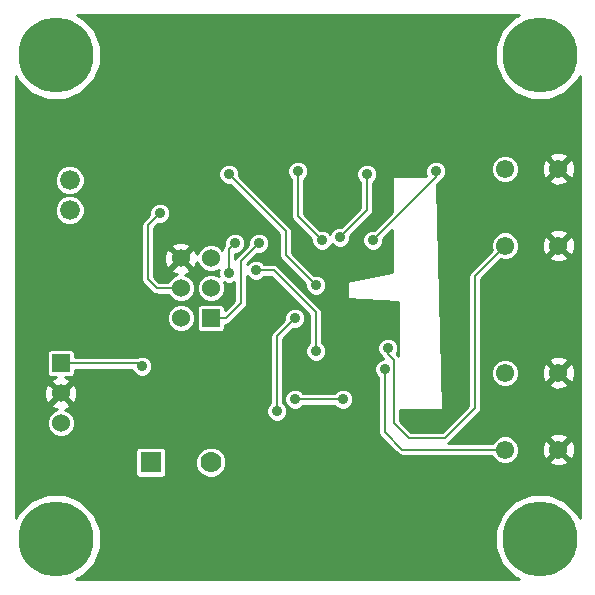
<source format=gbl>
G04 (created by PCBNEW (2013-04-19 BZR 4011)-stable) date 21/08/2014 15:39:43*
%MOIN*%
G04 Gerber Fmt 3.4, Leading zero omitted, Abs format*
%FSLAX34Y34*%
G01*
G70*
G90*
G04 APERTURE LIST*
%ADD10C,0*%
%ADD11C,0.25*%
%ADD12C,0.061*%
%ADD13R,0.06X0.06*%
%ADD14C,0.06*%
%ADD15R,0.07X0.07*%
%ADD16C,0.07*%
%ADD17C,0.066*%
%ADD18C,0.035*%
%ADD19C,0.008*%
%ADD20C,0.01*%
G04 APERTURE END LIST*
G54D10*
G54D11*
X23228Y-17322D03*
X39370Y-17322D03*
X39370Y-33464D03*
X23228Y-33464D03*
G54D12*
X39986Y-23680D03*
X38214Y-23680D03*
X39986Y-21120D03*
X38214Y-21120D03*
X39986Y-30480D03*
X38214Y-30480D03*
X39986Y-27920D03*
X38214Y-27920D03*
G54D13*
X28400Y-26100D03*
G54D14*
X27400Y-26100D03*
X28400Y-25100D03*
X27400Y-25100D03*
X28400Y-24100D03*
X27400Y-24100D03*
G54D15*
X26400Y-30900D03*
G54D16*
X28400Y-30900D03*
G54D13*
X23400Y-27600D03*
G54D14*
X23400Y-28600D03*
X23400Y-29600D03*
G54D17*
X23700Y-21500D03*
X23700Y-22500D03*
G54D18*
X26700Y-22600D03*
X29000Y-24600D03*
X29200Y-23600D03*
X30000Y-23600D03*
X26100Y-27700D03*
X31200Y-28800D03*
X32800Y-28800D03*
X34200Y-27800D03*
X34300Y-27100D03*
X35900Y-21200D03*
X33800Y-23500D03*
X33600Y-21300D03*
X32700Y-23400D03*
X31300Y-21200D03*
X32100Y-23500D03*
X29000Y-21300D03*
X31900Y-25000D03*
X30600Y-29200D03*
X31200Y-26100D03*
X29900Y-24500D03*
X31900Y-27200D03*
X34900Y-20700D03*
X35900Y-29600D03*
X23300Y-25200D03*
X30600Y-26200D03*
X25600Y-24200D03*
X32800Y-26000D03*
X32600Y-22200D03*
X34300Y-26600D03*
X35100Y-19600D03*
X32800Y-19600D03*
X30500Y-19700D03*
X28200Y-19800D03*
X25900Y-19600D03*
X24500Y-28600D03*
X31000Y-30800D03*
G54D19*
X27400Y-25100D02*
X26600Y-25100D01*
X26300Y-23000D02*
X26700Y-22600D01*
X26300Y-24800D02*
X26300Y-23000D01*
X26600Y-25100D02*
X26300Y-24800D01*
X29000Y-23800D02*
X29000Y-24600D01*
X29200Y-23600D02*
X29000Y-23800D01*
X28900Y-26100D02*
X28400Y-26100D01*
X29400Y-25600D02*
X28900Y-26100D01*
X29400Y-24200D02*
X29400Y-25600D01*
X30000Y-23600D02*
X29400Y-24200D01*
X26000Y-27600D02*
X23400Y-27600D01*
X26100Y-27700D02*
X26000Y-27600D01*
X32800Y-28800D02*
X31200Y-28800D01*
X38214Y-30480D02*
X34780Y-30480D01*
X34200Y-29900D02*
X34200Y-27800D01*
X34780Y-30480D02*
X34200Y-29900D01*
X35700Y-30100D02*
X36200Y-30100D01*
X37200Y-24694D02*
X38214Y-23680D01*
X37200Y-29100D02*
X37200Y-24694D01*
X36200Y-30100D02*
X37200Y-29100D01*
X34300Y-27100D02*
X34300Y-27300D01*
X34300Y-27300D02*
X34500Y-27500D01*
X34500Y-27500D02*
X34500Y-29600D01*
X34500Y-29600D02*
X35000Y-30100D01*
X35000Y-30100D02*
X35700Y-30100D01*
X35900Y-21400D02*
X35900Y-21200D01*
X33800Y-23500D02*
X35900Y-21400D01*
X33600Y-22500D02*
X33600Y-21300D01*
X32700Y-23400D02*
X33600Y-22500D01*
X31300Y-22700D02*
X31300Y-21200D01*
X32100Y-23500D02*
X31300Y-22700D01*
X30900Y-23200D02*
X29000Y-21300D01*
X30900Y-24000D02*
X30900Y-23200D01*
X31900Y-25000D02*
X30900Y-24000D01*
X30600Y-26700D02*
X30600Y-29200D01*
X31200Y-26100D02*
X30600Y-26700D01*
X31900Y-27200D02*
X31900Y-25900D01*
X30500Y-24500D02*
X29900Y-24500D01*
X31900Y-25900D02*
X30500Y-24500D01*
G54D10*
G36*
X40708Y-32775D02*
X40642Y-32615D01*
X40545Y-32519D01*
X40545Y-30562D01*
X40545Y-28002D01*
X40545Y-23762D01*
X40545Y-21202D01*
X40534Y-20982D01*
X40471Y-20829D01*
X40375Y-20801D01*
X40304Y-20871D01*
X40304Y-20730D01*
X40276Y-20634D01*
X40068Y-20560D01*
X39848Y-20571D01*
X39695Y-20634D01*
X39667Y-20730D01*
X39986Y-21049D01*
X40304Y-20730D01*
X40304Y-20871D01*
X40056Y-21120D01*
X40375Y-21438D01*
X40471Y-21410D01*
X40545Y-21202D01*
X40545Y-23762D01*
X40534Y-23542D01*
X40471Y-23389D01*
X40375Y-23361D01*
X40304Y-23431D01*
X40304Y-23290D01*
X40304Y-21509D01*
X39986Y-21190D01*
X39915Y-21261D01*
X39915Y-21120D01*
X39596Y-20801D01*
X39500Y-20829D01*
X39426Y-21037D01*
X39437Y-21257D01*
X39500Y-21410D01*
X39596Y-21438D01*
X39915Y-21120D01*
X39915Y-21261D01*
X39667Y-21509D01*
X39695Y-21605D01*
X39903Y-21679D01*
X40123Y-21668D01*
X40276Y-21605D01*
X40304Y-21509D01*
X40304Y-23290D01*
X40276Y-23194D01*
X40068Y-23120D01*
X39848Y-23131D01*
X39695Y-23194D01*
X39667Y-23290D01*
X39986Y-23609D01*
X40304Y-23290D01*
X40304Y-23431D01*
X40056Y-23680D01*
X40375Y-23998D01*
X40471Y-23970D01*
X40545Y-23762D01*
X40545Y-28002D01*
X40534Y-27782D01*
X40471Y-27629D01*
X40375Y-27601D01*
X40304Y-27671D01*
X40304Y-27530D01*
X40304Y-24069D01*
X39986Y-23750D01*
X39915Y-23821D01*
X39915Y-23680D01*
X39596Y-23361D01*
X39500Y-23389D01*
X39426Y-23597D01*
X39437Y-23817D01*
X39500Y-23970D01*
X39596Y-23998D01*
X39915Y-23680D01*
X39915Y-23821D01*
X39667Y-24069D01*
X39695Y-24165D01*
X39903Y-24239D01*
X40123Y-24228D01*
X40276Y-24165D01*
X40304Y-24069D01*
X40304Y-27530D01*
X40276Y-27434D01*
X40068Y-27360D01*
X39848Y-27371D01*
X39695Y-27434D01*
X39667Y-27530D01*
X39986Y-27849D01*
X40304Y-27530D01*
X40304Y-27671D01*
X40056Y-27920D01*
X40375Y-28238D01*
X40471Y-28210D01*
X40545Y-28002D01*
X40545Y-30562D01*
X40534Y-30342D01*
X40471Y-30189D01*
X40375Y-30161D01*
X40304Y-30231D01*
X40304Y-30090D01*
X40304Y-28309D01*
X39986Y-27990D01*
X39915Y-28061D01*
X39915Y-27920D01*
X39596Y-27601D01*
X39500Y-27629D01*
X39426Y-27837D01*
X39437Y-28057D01*
X39500Y-28210D01*
X39596Y-28238D01*
X39915Y-27920D01*
X39915Y-28061D01*
X39667Y-28309D01*
X39695Y-28405D01*
X39903Y-28479D01*
X40123Y-28468D01*
X40276Y-28405D01*
X40304Y-28309D01*
X40304Y-30090D01*
X40276Y-29994D01*
X40068Y-29920D01*
X39848Y-29931D01*
X39695Y-29994D01*
X39667Y-30090D01*
X39986Y-30409D01*
X40304Y-30090D01*
X40304Y-30231D01*
X40056Y-30480D01*
X40375Y-30798D01*
X40471Y-30770D01*
X40545Y-30562D01*
X40545Y-32519D01*
X40304Y-32277D01*
X40304Y-30869D01*
X39986Y-30550D01*
X39915Y-30621D01*
X39915Y-30480D01*
X39596Y-30161D01*
X39500Y-30189D01*
X39426Y-30397D01*
X39437Y-30617D01*
X39500Y-30770D01*
X39596Y-30798D01*
X39915Y-30480D01*
X39915Y-30621D01*
X39667Y-30869D01*
X39695Y-30965D01*
X39903Y-31039D01*
X40123Y-31028D01*
X40276Y-30965D01*
X40304Y-30869D01*
X40304Y-32277D01*
X40220Y-32193D01*
X39669Y-31964D01*
X39073Y-31964D01*
X38689Y-32122D01*
X38689Y-30385D01*
X38689Y-27825D01*
X38616Y-27651D01*
X38483Y-27517D01*
X38308Y-27445D01*
X38119Y-27444D01*
X37945Y-27517D01*
X37811Y-27650D01*
X37739Y-27825D01*
X37738Y-28014D01*
X37811Y-28188D01*
X37944Y-28322D01*
X38119Y-28394D01*
X38308Y-28395D01*
X38482Y-28322D01*
X38616Y-28189D01*
X38688Y-28014D01*
X38689Y-27825D01*
X38689Y-30385D01*
X38616Y-30211D01*
X38483Y-30077D01*
X38308Y-30005D01*
X38119Y-30004D01*
X37945Y-30077D01*
X37811Y-30210D01*
X37786Y-30270D01*
X36316Y-30270D01*
X36348Y-30248D01*
X37348Y-29248D01*
X37348Y-29248D01*
X37348Y-29248D01*
X37375Y-29207D01*
X37394Y-29180D01*
X37394Y-29180D01*
X37410Y-29100D01*
X37410Y-24780D01*
X38060Y-24130D01*
X38119Y-24154D01*
X38308Y-24155D01*
X38482Y-24082D01*
X38616Y-23949D01*
X38688Y-23774D01*
X38689Y-23585D01*
X38689Y-21025D01*
X38616Y-20851D01*
X38483Y-20717D01*
X38308Y-20645D01*
X38119Y-20644D01*
X37945Y-20717D01*
X37811Y-20850D01*
X37739Y-21025D01*
X37738Y-21214D01*
X37811Y-21388D01*
X37944Y-21522D01*
X38119Y-21594D01*
X38308Y-21595D01*
X38482Y-21522D01*
X38616Y-21389D01*
X38688Y-21214D01*
X38689Y-21025D01*
X38689Y-23585D01*
X38616Y-23411D01*
X38483Y-23277D01*
X38308Y-23205D01*
X38119Y-23204D01*
X37945Y-23277D01*
X37811Y-23410D01*
X37739Y-23585D01*
X37738Y-23774D01*
X37763Y-23833D01*
X37051Y-24545D01*
X37005Y-24613D01*
X36990Y-24694D01*
X36990Y-29013D01*
X36113Y-29890D01*
X35700Y-29890D01*
X35086Y-29890D01*
X34710Y-29513D01*
X34710Y-29150D01*
X36151Y-29150D01*
X35956Y-21640D01*
X36048Y-21548D01*
X36082Y-21497D01*
X36095Y-21492D01*
X36192Y-21395D01*
X36244Y-21268D01*
X36245Y-21131D01*
X36192Y-21004D01*
X36095Y-20907D01*
X35968Y-20855D01*
X35831Y-20854D01*
X35704Y-20907D01*
X35607Y-21004D01*
X35555Y-21131D01*
X35554Y-21268D01*
X35588Y-21350D01*
X34450Y-21350D01*
X34450Y-22553D01*
X33945Y-23057D01*
X33945Y-21231D01*
X33892Y-21104D01*
X33795Y-21007D01*
X33668Y-20955D01*
X33531Y-20954D01*
X33404Y-21007D01*
X33307Y-21104D01*
X33255Y-21231D01*
X33254Y-21368D01*
X33307Y-21495D01*
X33390Y-21577D01*
X33390Y-22413D01*
X32747Y-23055D01*
X32631Y-23054D01*
X32504Y-23107D01*
X32407Y-23204D01*
X32373Y-23285D01*
X32295Y-23207D01*
X32168Y-23155D01*
X32051Y-23154D01*
X31510Y-22613D01*
X31510Y-21477D01*
X31592Y-21395D01*
X31644Y-21268D01*
X31645Y-21131D01*
X31592Y-21004D01*
X31495Y-20907D01*
X31368Y-20855D01*
X31231Y-20854D01*
X31104Y-20907D01*
X31007Y-21004D01*
X30955Y-21131D01*
X30954Y-21268D01*
X31007Y-21395D01*
X31090Y-21477D01*
X31090Y-22700D01*
X31105Y-22780D01*
X31151Y-22848D01*
X31755Y-23452D01*
X31754Y-23568D01*
X31807Y-23695D01*
X31904Y-23792D01*
X32031Y-23844D01*
X32168Y-23845D01*
X32295Y-23792D01*
X32392Y-23695D01*
X32426Y-23614D01*
X32504Y-23692D01*
X32631Y-23744D01*
X32768Y-23745D01*
X32895Y-23692D01*
X32992Y-23595D01*
X33044Y-23468D01*
X33045Y-23351D01*
X33748Y-22648D01*
X33794Y-22580D01*
X33810Y-22500D01*
X33810Y-21577D01*
X33892Y-21495D01*
X33944Y-21368D01*
X33945Y-21231D01*
X33945Y-23057D01*
X33847Y-23155D01*
X33731Y-23154D01*
X33604Y-23207D01*
X33507Y-23304D01*
X33455Y-23431D01*
X33454Y-23568D01*
X33507Y-23695D01*
X33604Y-23792D01*
X33731Y-23844D01*
X33868Y-23845D01*
X33995Y-23792D01*
X34092Y-23695D01*
X34144Y-23568D01*
X34145Y-23451D01*
X34450Y-23146D01*
X34450Y-24559D01*
X32950Y-24859D01*
X32950Y-25447D01*
X34650Y-25547D01*
X34650Y-27353D01*
X34648Y-27351D01*
X34648Y-27351D01*
X34592Y-27295D01*
X34644Y-27168D01*
X34645Y-27031D01*
X34592Y-26904D01*
X34495Y-26807D01*
X34368Y-26755D01*
X34231Y-26754D01*
X34104Y-26807D01*
X34007Y-26904D01*
X33955Y-27031D01*
X33954Y-27168D01*
X34007Y-27295D01*
X34104Y-27392D01*
X34117Y-27397D01*
X34151Y-27448D01*
X34157Y-27454D01*
X34131Y-27454D01*
X34004Y-27507D01*
X33907Y-27604D01*
X33855Y-27731D01*
X33854Y-27868D01*
X33907Y-27995D01*
X33990Y-28077D01*
X33990Y-29900D01*
X34005Y-29980D01*
X34051Y-30048D01*
X34631Y-30628D01*
X34631Y-30628D01*
X34672Y-30655D01*
X34699Y-30674D01*
X34699Y-30674D01*
X34780Y-30690D01*
X37786Y-30690D01*
X37811Y-30748D01*
X37944Y-30882D01*
X38119Y-30954D01*
X38308Y-30955D01*
X38482Y-30882D01*
X38616Y-30749D01*
X38688Y-30574D01*
X38689Y-30385D01*
X38689Y-32122D01*
X38521Y-32192D01*
X38099Y-32613D01*
X37870Y-33164D01*
X37869Y-33761D01*
X38097Y-34313D01*
X38519Y-34735D01*
X38682Y-34803D01*
X33145Y-34803D01*
X33145Y-28731D01*
X33092Y-28604D01*
X32995Y-28507D01*
X32868Y-28455D01*
X32731Y-28454D01*
X32604Y-28507D01*
X32522Y-28590D01*
X32245Y-28590D01*
X32245Y-27131D01*
X32245Y-24931D01*
X32192Y-24804D01*
X32095Y-24707D01*
X31968Y-24655D01*
X31851Y-24654D01*
X31110Y-23913D01*
X31110Y-23200D01*
X31094Y-23119D01*
X31094Y-23119D01*
X31048Y-23051D01*
X31048Y-23051D01*
X29344Y-21347D01*
X29345Y-21231D01*
X29292Y-21104D01*
X29195Y-21007D01*
X29068Y-20955D01*
X28931Y-20954D01*
X28804Y-21007D01*
X28707Y-21104D01*
X28655Y-21231D01*
X28654Y-21368D01*
X28707Y-21495D01*
X28804Y-21592D01*
X28931Y-21644D01*
X29048Y-21645D01*
X30690Y-23286D01*
X30690Y-24000D01*
X30705Y-24080D01*
X30751Y-24148D01*
X31555Y-24952D01*
X31554Y-25068D01*
X31607Y-25195D01*
X31704Y-25292D01*
X31831Y-25344D01*
X31968Y-25345D01*
X32095Y-25292D01*
X32192Y-25195D01*
X32244Y-25068D01*
X32245Y-24931D01*
X32245Y-27131D01*
X32192Y-27004D01*
X32110Y-26922D01*
X32110Y-25900D01*
X32094Y-25819D01*
X32094Y-25819D01*
X32075Y-25792D01*
X32048Y-25751D01*
X32048Y-25751D01*
X30648Y-24351D01*
X30580Y-24305D01*
X30500Y-24290D01*
X30177Y-24290D01*
X30095Y-24207D01*
X29968Y-24155D01*
X29831Y-24154D01*
X29704Y-24207D01*
X29610Y-24302D01*
X29610Y-24286D01*
X29952Y-23944D01*
X30068Y-23945D01*
X30195Y-23892D01*
X30292Y-23795D01*
X30344Y-23668D01*
X30345Y-23531D01*
X30292Y-23404D01*
X30195Y-23307D01*
X30068Y-23255D01*
X29931Y-23254D01*
X29804Y-23307D01*
X29707Y-23404D01*
X29655Y-23531D01*
X29654Y-23648D01*
X29251Y-24051D01*
X29210Y-24113D01*
X29210Y-23945D01*
X29268Y-23945D01*
X29395Y-23892D01*
X29492Y-23795D01*
X29544Y-23668D01*
X29545Y-23531D01*
X29492Y-23404D01*
X29395Y-23307D01*
X29268Y-23255D01*
X29131Y-23254D01*
X29004Y-23307D01*
X28907Y-23404D01*
X28855Y-23531D01*
X28854Y-23648D01*
X28851Y-23651D01*
X28805Y-23719D01*
X28790Y-23800D01*
X28790Y-23825D01*
X28666Y-23701D01*
X28493Y-23630D01*
X28306Y-23629D01*
X28134Y-23701D01*
X28001Y-23833D01*
X27944Y-23971D01*
X27943Y-23963D01*
X27881Y-23812D01*
X27785Y-23784D01*
X27715Y-23855D01*
X27715Y-23714D01*
X27687Y-23618D01*
X27481Y-23545D01*
X27263Y-23556D01*
X27112Y-23618D01*
X27084Y-23714D01*
X27400Y-24029D01*
X27715Y-23714D01*
X27715Y-23855D01*
X27470Y-24100D01*
X27785Y-24415D01*
X27881Y-24387D01*
X27941Y-24220D01*
X28001Y-24365D01*
X28133Y-24498D01*
X28306Y-24569D01*
X28493Y-24570D01*
X28665Y-24498D01*
X28670Y-24494D01*
X28655Y-24531D01*
X28654Y-24668D01*
X28670Y-24705D01*
X28666Y-24701D01*
X28493Y-24630D01*
X28306Y-24629D01*
X28134Y-24701D01*
X28001Y-24833D01*
X27930Y-25006D01*
X27929Y-25193D01*
X28001Y-25365D01*
X28133Y-25498D01*
X28306Y-25569D01*
X28493Y-25570D01*
X28665Y-25498D01*
X28798Y-25366D01*
X28869Y-25193D01*
X28870Y-25006D01*
X28826Y-24901D01*
X28931Y-24944D01*
X29068Y-24945D01*
X29190Y-24894D01*
X29190Y-25513D01*
X28870Y-25832D01*
X28870Y-25766D01*
X28844Y-25703D01*
X28796Y-25655D01*
X28733Y-25630D01*
X28666Y-25629D01*
X28066Y-25629D01*
X28003Y-25655D01*
X27955Y-25703D01*
X27930Y-25766D01*
X27929Y-25833D01*
X27929Y-26433D01*
X27955Y-26496D01*
X28003Y-26544D01*
X28066Y-26569D01*
X28133Y-26570D01*
X28733Y-26570D01*
X28796Y-26544D01*
X28844Y-26496D01*
X28869Y-26433D01*
X28870Y-26366D01*
X28870Y-26310D01*
X28900Y-26310D01*
X28980Y-26294D01*
X29048Y-26248D01*
X29548Y-25748D01*
X29594Y-25680D01*
X29594Y-25680D01*
X29610Y-25600D01*
X29610Y-24697D01*
X29704Y-24792D01*
X29831Y-24844D01*
X29968Y-24845D01*
X30095Y-24792D01*
X30177Y-24710D01*
X30413Y-24710D01*
X31690Y-25986D01*
X31690Y-26922D01*
X31607Y-27004D01*
X31555Y-27131D01*
X31554Y-27268D01*
X31607Y-27395D01*
X31704Y-27492D01*
X31831Y-27544D01*
X31968Y-27545D01*
X32095Y-27492D01*
X32192Y-27395D01*
X32244Y-27268D01*
X32245Y-27131D01*
X32245Y-28590D01*
X31545Y-28590D01*
X31545Y-26031D01*
X31492Y-25904D01*
X31395Y-25807D01*
X31268Y-25755D01*
X31131Y-25754D01*
X31004Y-25807D01*
X30907Y-25904D01*
X30855Y-26031D01*
X30854Y-26148D01*
X30451Y-26551D01*
X30405Y-26619D01*
X30390Y-26700D01*
X30390Y-28922D01*
X30307Y-29004D01*
X30255Y-29131D01*
X30254Y-29268D01*
X30307Y-29395D01*
X30404Y-29492D01*
X30531Y-29544D01*
X30668Y-29545D01*
X30795Y-29492D01*
X30892Y-29395D01*
X30944Y-29268D01*
X30945Y-29131D01*
X30892Y-29004D01*
X30810Y-28922D01*
X30810Y-26786D01*
X31152Y-26444D01*
X31268Y-26445D01*
X31395Y-26392D01*
X31492Y-26295D01*
X31544Y-26168D01*
X31545Y-26031D01*
X31545Y-28590D01*
X31477Y-28590D01*
X31395Y-28507D01*
X31268Y-28455D01*
X31131Y-28454D01*
X31004Y-28507D01*
X30907Y-28604D01*
X30855Y-28731D01*
X30854Y-28868D01*
X30907Y-28995D01*
X31004Y-29092D01*
X31131Y-29144D01*
X31268Y-29145D01*
X31395Y-29092D01*
X31477Y-29010D01*
X32522Y-29010D01*
X32604Y-29092D01*
X32731Y-29144D01*
X32868Y-29145D01*
X32995Y-29092D01*
X33092Y-28995D01*
X33144Y-28868D01*
X33145Y-28731D01*
X33145Y-34803D01*
X28920Y-34803D01*
X28920Y-30797D01*
X28841Y-30605D01*
X28694Y-30459D01*
X28503Y-30380D01*
X28297Y-30379D01*
X28105Y-30458D01*
X27959Y-30605D01*
X27880Y-30796D01*
X27879Y-31002D01*
X27958Y-31194D01*
X28105Y-31340D01*
X28296Y-31419D01*
X28502Y-31420D01*
X28694Y-31341D01*
X28840Y-31194D01*
X28919Y-31003D01*
X28920Y-30797D01*
X28920Y-34803D01*
X27870Y-34803D01*
X27870Y-26006D01*
X27870Y-25006D01*
X27798Y-24834D01*
X27666Y-24701D01*
X27528Y-24644D01*
X27536Y-24643D01*
X27687Y-24581D01*
X27715Y-24485D01*
X27400Y-24170D01*
X27329Y-24241D01*
X27329Y-24100D01*
X27014Y-23784D01*
X26918Y-23812D01*
X26845Y-24018D01*
X26856Y-24236D01*
X26918Y-24387D01*
X27014Y-24415D01*
X27329Y-24100D01*
X27329Y-24241D01*
X27084Y-24485D01*
X27112Y-24581D01*
X27279Y-24641D01*
X27134Y-24701D01*
X27001Y-24833D01*
X26978Y-24890D01*
X26686Y-24890D01*
X26510Y-24713D01*
X26510Y-23086D01*
X26652Y-22944D01*
X26768Y-22945D01*
X26895Y-22892D01*
X26992Y-22795D01*
X27044Y-22668D01*
X27045Y-22531D01*
X26992Y-22404D01*
X26895Y-22307D01*
X26768Y-22255D01*
X26631Y-22254D01*
X26504Y-22307D01*
X26407Y-22404D01*
X26355Y-22531D01*
X26354Y-22648D01*
X26151Y-22851D01*
X26105Y-22919D01*
X26090Y-23000D01*
X26090Y-24800D01*
X26105Y-24880D01*
X26151Y-24948D01*
X26451Y-25248D01*
X26451Y-25248D01*
X26519Y-25294D01*
X26519Y-25294D01*
X26584Y-25306D01*
X26599Y-25310D01*
X26599Y-25309D01*
X26600Y-25310D01*
X26978Y-25310D01*
X27001Y-25365D01*
X27133Y-25498D01*
X27306Y-25569D01*
X27493Y-25570D01*
X27665Y-25498D01*
X27798Y-25366D01*
X27869Y-25193D01*
X27870Y-25006D01*
X27870Y-26006D01*
X27798Y-25834D01*
X27666Y-25701D01*
X27493Y-25630D01*
X27306Y-25629D01*
X27134Y-25701D01*
X27001Y-25833D01*
X26930Y-26006D01*
X26929Y-26193D01*
X27001Y-26365D01*
X27133Y-26498D01*
X27306Y-26569D01*
X27493Y-26570D01*
X27665Y-26498D01*
X27798Y-26366D01*
X27869Y-26193D01*
X27870Y-26006D01*
X27870Y-34803D01*
X26920Y-34803D01*
X26920Y-31216D01*
X26920Y-30516D01*
X26894Y-30453D01*
X26846Y-30405D01*
X26783Y-30380D01*
X26716Y-30379D01*
X26445Y-30379D01*
X26445Y-27631D01*
X26392Y-27504D01*
X26295Y-27407D01*
X26168Y-27355D01*
X26031Y-27354D01*
X25946Y-27390D01*
X24200Y-27390D01*
X24200Y-22400D01*
X24200Y-21400D01*
X24124Y-21217D01*
X23983Y-21076D01*
X23799Y-21000D01*
X23600Y-20999D01*
X23417Y-21075D01*
X23276Y-21216D01*
X23200Y-21400D01*
X23199Y-21599D01*
X23275Y-21782D01*
X23416Y-21923D01*
X23600Y-21999D01*
X23799Y-22000D01*
X23982Y-21924D01*
X24123Y-21783D01*
X24199Y-21599D01*
X24200Y-21400D01*
X24200Y-22400D01*
X24124Y-22217D01*
X23983Y-22076D01*
X23799Y-22000D01*
X23600Y-21999D01*
X23417Y-22075D01*
X23276Y-22216D01*
X23200Y-22400D01*
X23199Y-22599D01*
X23275Y-22782D01*
X23416Y-22923D01*
X23600Y-22999D01*
X23799Y-23000D01*
X23982Y-22924D01*
X24123Y-22783D01*
X24199Y-22599D01*
X24200Y-22400D01*
X24200Y-27390D01*
X23870Y-27390D01*
X23870Y-27266D01*
X23844Y-27203D01*
X23796Y-27155D01*
X23733Y-27130D01*
X23666Y-27129D01*
X23066Y-27129D01*
X23003Y-27155D01*
X22955Y-27203D01*
X22930Y-27266D01*
X22929Y-27333D01*
X22929Y-27933D01*
X22955Y-27996D01*
X23003Y-28044D01*
X23066Y-28069D01*
X23133Y-28070D01*
X23229Y-28070D01*
X23112Y-28118D01*
X23084Y-28214D01*
X23400Y-28529D01*
X23715Y-28214D01*
X23687Y-28118D01*
X23551Y-28070D01*
X23733Y-28070D01*
X23796Y-28044D01*
X23844Y-27996D01*
X23869Y-27933D01*
X23870Y-27866D01*
X23870Y-27810D01*
X25772Y-27810D01*
X25807Y-27895D01*
X25904Y-27992D01*
X26031Y-28044D01*
X26168Y-28045D01*
X26295Y-27992D01*
X26392Y-27895D01*
X26444Y-27768D01*
X26445Y-27631D01*
X26445Y-30379D01*
X26016Y-30379D01*
X25953Y-30405D01*
X25905Y-30453D01*
X25880Y-30516D01*
X25879Y-30583D01*
X25879Y-31283D01*
X25905Y-31346D01*
X25953Y-31394D01*
X26016Y-31419D01*
X26083Y-31420D01*
X26783Y-31420D01*
X26846Y-31394D01*
X26894Y-31346D01*
X26919Y-31283D01*
X26920Y-31216D01*
X26920Y-34803D01*
X23916Y-34803D01*
X24076Y-34736D01*
X24499Y-34315D01*
X24728Y-33764D01*
X24728Y-33167D01*
X24500Y-32615D01*
X24079Y-32193D01*
X23954Y-32142D01*
X23954Y-28681D01*
X23943Y-28463D01*
X23881Y-28312D01*
X23785Y-28284D01*
X23470Y-28600D01*
X23785Y-28915D01*
X23881Y-28887D01*
X23954Y-28681D01*
X23954Y-32142D01*
X23870Y-32106D01*
X23870Y-29506D01*
X23798Y-29334D01*
X23666Y-29201D01*
X23528Y-29144D01*
X23536Y-29143D01*
X23687Y-29081D01*
X23715Y-28985D01*
X23400Y-28670D01*
X23329Y-28741D01*
X23329Y-28600D01*
X23014Y-28284D01*
X22918Y-28312D01*
X22845Y-28518D01*
X22856Y-28736D01*
X22918Y-28887D01*
X23014Y-28915D01*
X23329Y-28600D01*
X23329Y-28741D01*
X23084Y-28985D01*
X23112Y-29081D01*
X23279Y-29141D01*
X23134Y-29201D01*
X23001Y-29333D01*
X22930Y-29506D01*
X22929Y-29693D01*
X23001Y-29865D01*
X23133Y-29998D01*
X23306Y-30069D01*
X23493Y-30070D01*
X23665Y-29998D01*
X23798Y-29866D01*
X23869Y-29693D01*
X23870Y-29506D01*
X23870Y-32106D01*
X23528Y-31964D01*
X22931Y-31964D01*
X22379Y-32192D01*
X21957Y-32613D01*
X21898Y-32755D01*
X21898Y-18032D01*
X21955Y-18171D01*
X22377Y-18593D01*
X22928Y-18822D01*
X23525Y-18823D01*
X24076Y-18595D01*
X24499Y-18173D01*
X24728Y-17622D01*
X24728Y-17025D01*
X24500Y-16474D01*
X24079Y-16051D01*
X23937Y-15993D01*
X38660Y-15993D01*
X38521Y-16050D01*
X38099Y-16472D01*
X37870Y-17023D01*
X37869Y-17619D01*
X38097Y-18171D01*
X38519Y-18593D01*
X39070Y-18822D01*
X39667Y-18823D01*
X40218Y-18595D01*
X40640Y-18173D01*
X40708Y-18010D01*
X40708Y-32775D01*
X40708Y-32775D01*
G37*
G54D20*
X40708Y-32775D02*
X40642Y-32615D01*
X40545Y-32519D01*
X40545Y-30562D01*
X40545Y-28002D01*
X40545Y-23762D01*
X40545Y-21202D01*
X40534Y-20982D01*
X40471Y-20829D01*
X40375Y-20801D01*
X40304Y-20871D01*
X40304Y-20730D01*
X40276Y-20634D01*
X40068Y-20560D01*
X39848Y-20571D01*
X39695Y-20634D01*
X39667Y-20730D01*
X39986Y-21049D01*
X40304Y-20730D01*
X40304Y-20871D01*
X40056Y-21120D01*
X40375Y-21438D01*
X40471Y-21410D01*
X40545Y-21202D01*
X40545Y-23762D01*
X40534Y-23542D01*
X40471Y-23389D01*
X40375Y-23361D01*
X40304Y-23431D01*
X40304Y-23290D01*
X40304Y-21509D01*
X39986Y-21190D01*
X39915Y-21261D01*
X39915Y-21120D01*
X39596Y-20801D01*
X39500Y-20829D01*
X39426Y-21037D01*
X39437Y-21257D01*
X39500Y-21410D01*
X39596Y-21438D01*
X39915Y-21120D01*
X39915Y-21261D01*
X39667Y-21509D01*
X39695Y-21605D01*
X39903Y-21679D01*
X40123Y-21668D01*
X40276Y-21605D01*
X40304Y-21509D01*
X40304Y-23290D01*
X40276Y-23194D01*
X40068Y-23120D01*
X39848Y-23131D01*
X39695Y-23194D01*
X39667Y-23290D01*
X39986Y-23609D01*
X40304Y-23290D01*
X40304Y-23431D01*
X40056Y-23680D01*
X40375Y-23998D01*
X40471Y-23970D01*
X40545Y-23762D01*
X40545Y-28002D01*
X40534Y-27782D01*
X40471Y-27629D01*
X40375Y-27601D01*
X40304Y-27671D01*
X40304Y-27530D01*
X40304Y-24069D01*
X39986Y-23750D01*
X39915Y-23821D01*
X39915Y-23680D01*
X39596Y-23361D01*
X39500Y-23389D01*
X39426Y-23597D01*
X39437Y-23817D01*
X39500Y-23970D01*
X39596Y-23998D01*
X39915Y-23680D01*
X39915Y-23821D01*
X39667Y-24069D01*
X39695Y-24165D01*
X39903Y-24239D01*
X40123Y-24228D01*
X40276Y-24165D01*
X40304Y-24069D01*
X40304Y-27530D01*
X40276Y-27434D01*
X40068Y-27360D01*
X39848Y-27371D01*
X39695Y-27434D01*
X39667Y-27530D01*
X39986Y-27849D01*
X40304Y-27530D01*
X40304Y-27671D01*
X40056Y-27920D01*
X40375Y-28238D01*
X40471Y-28210D01*
X40545Y-28002D01*
X40545Y-30562D01*
X40534Y-30342D01*
X40471Y-30189D01*
X40375Y-30161D01*
X40304Y-30231D01*
X40304Y-30090D01*
X40304Y-28309D01*
X39986Y-27990D01*
X39915Y-28061D01*
X39915Y-27920D01*
X39596Y-27601D01*
X39500Y-27629D01*
X39426Y-27837D01*
X39437Y-28057D01*
X39500Y-28210D01*
X39596Y-28238D01*
X39915Y-27920D01*
X39915Y-28061D01*
X39667Y-28309D01*
X39695Y-28405D01*
X39903Y-28479D01*
X40123Y-28468D01*
X40276Y-28405D01*
X40304Y-28309D01*
X40304Y-30090D01*
X40276Y-29994D01*
X40068Y-29920D01*
X39848Y-29931D01*
X39695Y-29994D01*
X39667Y-30090D01*
X39986Y-30409D01*
X40304Y-30090D01*
X40304Y-30231D01*
X40056Y-30480D01*
X40375Y-30798D01*
X40471Y-30770D01*
X40545Y-30562D01*
X40545Y-32519D01*
X40304Y-32277D01*
X40304Y-30869D01*
X39986Y-30550D01*
X39915Y-30621D01*
X39915Y-30480D01*
X39596Y-30161D01*
X39500Y-30189D01*
X39426Y-30397D01*
X39437Y-30617D01*
X39500Y-30770D01*
X39596Y-30798D01*
X39915Y-30480D01*
X39915Y-30621D01*
X39667Y-30869D01*
X39695Y-30965D01*
X39903Y-31039D01*
X40123Y-31028D01*
X40276Y-30965D01*
X40304Y-30869D01*
X40304Y-32277D01*
X40220Y-32193D01*
X39669Y-31964D01*
X39073Y-31964D01*
X38689Y-32122D01*
X38689Y-30385D01*
X38689Y-27825D01*
X38616Y-27651D01*
X38483Y-27517D01*
X38308Y-27445D01*
X38119Y-27444D01*
X37945Y-27517D01*
X37811Y-27650D01*
X37739Y-27825D01*
X37738Y-28014D01*
X37811Y-28188D01*
X37944Y-28322D01*
X38119Y-28394D01*
X38308Y-28395D01*
X38482Y-28322D01*
X38616Y-28189D01*
X38688Y-28014D01*
X38689Y-27825D01*
X38689Y-30385D01*
X38616Y-30211D01*
X38483Y-30077D01*
X38308Y-30005D01*
X38119Y-30004D01*
X37945Y-30077D01*
X37811Y-30210D01*
X37786Y-30270D01*
X36316Y-30270D01*
X36348Y-30248D01*
X37348Y-29248D01*
X37348Y-29248D01*
X37348Y-29248D01*
X37375Y-29207D01*
X37394Y-29180D01*
X37394Y-29180D01*
X37410Y-29100D01*
X37410Y-24780D01*
X38060Y-24130D01*
X38119Y-24154D01*
X38308Y-24155D01*
X38482Y-24082D01*
X38616Y-23949D01*
X38688Y-23774D01*
X38689Y-23585D01*
X38689Y-21025D01*
X38616Y-20851D01*
X38483Y-20717D01*
X38308Y-20645D01*
X38119Y-20644D01*
X37945Y-20717D01*
X37811Y-20850D01*
X37739Y-21025D01*
X37738Y-21214D01*
X37811Y-21388D01*
X37944Y-21522D01*
X38119Y-21594D01*
X38308Y-21595D01*
X38482Y-21522D01*
X38616Y-21389D01*
X38688Y-21214D01*
X38689Y-21025D01*
X38689Y-23585D01*
X38616Y-23411D01*
X38483Y-23277D01*
X38308Y-23205D01*
X38119Y-23204D01*
X37945Y-23277D01*
X37811Y-23410D01*
X37739Y-23585D01*
X37738Y-23774D01*
X37763Y-23833D01*
X37051Y-24545D01*
X37005Y-24613D01*
X36990Y-24694D01*
X36990Y-29013D01*
X36113Y-29890D01*
X35700Y-29890D01*
X35086Y-29890D01*
X34710Y-29513D01*
X34710Y-29150D01*
X36151Y-29150D01*
X35956Y-21640D01*
X36048Y-21548D01*
X36082Y-21497D01*
X36095Y-21492D01*
X36192Y-21395D01*
X36244Y-21268D01*
X36245Y-21131D01*
X36192Y-21004D01*
X36095Y-20907D01*
X35968Y-20855D01*
X35831Y-20854D01*
X35704Y-20907D01*
X35607Y-21004D01*
X35555Y-21131D01*
X35554Y-21268D01*
X35588Y-21350D01*
X34450Y-21350D01*
X34450Y-22553D01*
X33945Y-23057D01*
X33945Y-21231D01*
X33892Y-21104D01*
X33795Y-21007D01*
X33668Y-20955D01*
X33531Y-20954D01*
X33404Y-21007D01*
X33307Y-21104D01*
X33255Y-21231D01*
X33254Y-21368D01*
X33307Y-21495D01*
X33390Y-21577D01*
X33390Y-22413D01*
X32747Y-23055D01*
X32631Y-23054D01*
X32504Y-23107D01*
X32407Y-23204D01*
X32373Y-23285D01*
X32295Y-23207D01*
X32168Y-23155D01*
X32051Y-23154D01*
X31510Y-22613D01*
X31510Y-21477D01*
X31592Y-21395D01*
X31644Y-21268D01*
X31645Y-21131D01*
X31592Y-21004D01*
X31495Y-20907D01*
X31368Y-20855D01*
X31231Y-20854D01*
X31104Y-20907D01*
X31007Y-21004D01*
X30955Y-21131D01*
X30954Y-21268D01*
X31007Y-21395D01*
X31090Y-21477D01*
X31090Y-22700D01*
X31105Y-22780D01*
X31151Y-22848D01*
X31755Y-23452D01*
X31754Y-23568D01*
X31807Y-23695D01*
X31904Y-23792D01*
X32031Y-23844D01*
X32168Y-23845D01*
X32295Y-23792D01*
X32392Y-23695D01*
X32426Y-23614D01*
X32504Y-23692D01*
X32631Y-23744D01*
X32768Y-23745D01*
X32895Y-23692D01*
X32992Y-23595D01*
X33044Y-23468D01*
X33045Y-23351D01*
X33748Y-22648D01*
X33794Y-22580D01*
X33810Y-22500D01*
X33810Y-21577D01*
X33892Y-21495D01*
X33944Y-21368D01*
X33945Y-21231D01*
X33945Y-23057D01*
X33847Y-23155D01*
X33731Y-23154D01*
X33604Y-23207D01*
X33507Y-23304D01*
X33455Y-23431D01*
X33454Y-23568D01*
X33507Y-23695D01*
X33604Y-23792D01*
X33731Y-23844D01*
X33868Y-23845D01*
X33995Y-23792D01*
X34092Y-23695D01*
X34144Y-23568D01*
X34145Y-23451D01*
X34450Y-23146D01*
X34450Y-24559D01*
X32950Y-24859D01*
X32950Y-25447D01*
X34650Y-25547D01*
X34650Y-27353D01*
X34648Y-27351D01*
X34648Y-27351D01*
X34592Y-27295D01*
X34644Y-27168D01*
X34645Y-27031D01*
X34592Y-26904D01*
X34495Y-26807D01*
X34368Y-26755D01*
X34231Y-26754D01*
X34104Y-26807D01*
X34007Y-26904D01*
X33955Y-27031D01*
X33954Y-27168D01*
X34007Y-27295D01*
X34104Y-27392D01*
X34117Y-27397D01*
X34151Y-27448D01*
X34157Y-27454D01*
X34131Y-27454D01*
X34004Y-27507D01*
X33907Y-27604D01*
X33855Y-27731D01*
X33854Y-27868D01*
X33907Y-27995D01*
X33990Y-28077D01*
X33990Y-29900D01*
X34005Y-29980D01*
X34051Y-30048D01*
X34631Y-30628D01*
X34631Y-30628D01*
X34672Y-30655D01*
X34699Y-30674D01*
X34699Y-30674D01*
X34780Y-30690D01*
X37786Y-30690D01*
X37811Y-30748D01*
X37944Y-30882D01*
X38119Y-30954D01*
X38308Y-30955D01*
X38482Y-30882D01*
X38616Y-30749D01*
X38688Y-30574D01*
X38689Y-30385D01*
X38689Y-32122D01*
X38521Y-32192D01*
X38099Y-32613D01*
X37870Y-33164D01*
X37869Y-33761D01*
X38097Y-34313D01*
X38519Y-34735D01*
X38682Y-34803D01*
X33145Y-34803D01*
X33145Y-28731D01*
X33092Y-28604D01*
X32995Y-28507D01*
X32868Y-28455D01*
X32731Y-28454D01*
X32604Y-28507D01*
X32522Y-28590D01*
X32245Y-28590D01*
X32245Y-27131D01*
X32245Y-24931D01*
X32192Y-24804D01*
X32095Y-24707D01*
X31968Y-24655D01*
X31851Y-24654D01*
X31110Y-23913D01*
X31110Y-23200D01*
X31094Y-23119D01*
X31094Y-23119D01*
X31048Y-23051D01*
X31048Y-23051D01*
X29344Y-21347D01*
X29345Y-21231D01*
X29292Y-21104D01*
X29195Y-21007D01*
X29068Y-20955D01*
X28931Y-20954D01*
X28804Y-21007D01*
X28707Y-21104D01*
X28655Y-21231D01*
X28654Y-21368D01*
X28707Y-21495D01*
X28804Y-21592D01*
X28931Y-21644D01*
X29048Y-21645D01*
X30690Y-23286D01*
X30690Y-24000D01*
X30705Y-24080D01*
X30751Y-24148D01*
X31555Y-24952D01*
X31554Y-25068D01*
X31607Y-25195D01*
X31704Y-25292D01*
X31831Y-25344D01*
X31968Y-25345D01*
X32095Y-25292D01*
X32192Y-25195D01*
X32244Y-25068D01*
X32245Y-24931D01*
X32245Y-27131D01*
X32192Y-27004D01*
X32110Y-26922D01*
X32110Y-25900D01*
X32094Y-25819D01*
X32094Y-25819D01*
X32075Y-25792D01*
X32048Y-25751D01*
X32048Y-25751D01*
X30648Y-24351D01*
X30580Y-24305D01*
X30500Y-24290D01*
X30177Y-24290D01*
X30095Y-24207D01*
X29968Y-24155D01*
X29831Y-24154D01*
X29704Y-24207D01*
X29610Y-24302D01*
X29610Y-24286D01*
X29952Y-23944D01*
X30068Y-23945D01*
X30195Y-23892D01*
X30292Y-23795D01*
X30344Y-23668D01*
X30345Y-23531D01*
X30292Y-23404D01*
X30195Y-23307D01*
X30068Y-23255D01*
X29931Y-23254D01*
X29804Y-23307D01*
X29707Y-23404D01*
X29655Y-23531D01*
X29654Y-23648D01*
X29251Y-24051D01*
X29210Y-24113D01*
X29210Y-23945D01*
X29268Y-23945D01*
X29395Y-23892D01*
X29492Y-23795D01*
X29544Y-23668D01*
X29545Y-23531D01*
X29492Y-23404D01*
X29395Y-23307D01*
X29268Y-23255D01*
X29131Y-23254D01*
X29004Y-23307D01*
X28907Y-23404D01*
X28855Y-23531D01*
X28854Y-23648D01*
X28851Y-23651D01*
X28805Y-23719D01*
X28790Y-23800D01*
X28790Y-23825D01*
X28666Y-23701D01*
X28493Y-23630D01*
X28306Y-23629D01*
X28134Y-23701D01*
X28001Y-23833D01*
X27944Y-23971D01*
X27943Y-23963D01*
X27881Y-23812D01*
X27785Y-23784D01*
X27715Y-23855D01*
X27715Y-23714D01*
X27687Y-23618D01*
X27481Y-23545D01*
X27263Y-23556D01*
X27112Y-23618D01*
X27084Y-23714D01*
X27400Y-24029D01*
X27715Y-23714D01*
X27715Y-23855D01*
X27470Y-24100D01*
X27785Y-24415D01*
X27881Y-24387D01*
X27941Y-24220D01*
X28001Y-24365D01*
X28133Y-24498D01*
X28306Y-24569D01*
X28493Y-24570D01*
X28665Y-24498D01*
X28670Y-24494D01*
X28655Y-24531D01*
X28654Y-24668D01*
X28670Y-24705D01*
X28666Y-24701D01*
X28493Y-24630D01*
X28306Y-24629D01*
X28134Y-24701D01*
X28001Y-24833D01*
X27930Y-25006D01*
X27929Y-25193D01*
X28001Y-25365D01*
X28133Y-25498D01*
X28306Y-25569D01*
X28493Y-25570D01*
X28665Y-25498D01*
X28798Y-25366D01*
X28869Y-25193D01*
X28870Y-25006D01*
X28826Y-24901D01*
X28931Y-24944D01*
X29068Y-24945D01*
X29190Y-24894D01*
X29190Y-25513D01*
X28870Y-25832D01*
X28870Y-25766D01*
X28844Y-25703D01*
X28796Y-25655D01*
X28733Y-25630D01*
X28666Y-25629D01*
X28066Y-25629D01*
X28003Y-25655D01*
X27955Y-25703D01*
X27930Y-25766D01*
X27929Y-25833D01*
X27929Y-26433D01*
X27955Y-26496D01*
X28003Y-26544D01*
X28066Y-26569D01*
X28133Y-26570D01*
X28733Y-26570D01*
X28796Y-26544D01*
X28844Y-26496D01*
X28869Y-26433D01*
X28870Y-26366D01*
X28870Y-26310D01*
X28900Y-26310D01*
X28980Y-26294D01*
X29048Y-26248D01*
X29548Y-25748D01*
X29594Y-25680D01*
X29594Y-25680D01*
X29610Y-25600D01*
X29610Y-24697D01*
X29704Y-24792D01*
X29831Y-24844D01*
X29968Y-24845D01*
X30095Y-24792D01*
X30177Y-24710D01*
X30413Y-24710D01*
X31690Y-25986D01*
X31690Y-26922D01*
X31607Y-27004D01*
X31555Y-27131D01*
X31554Y-27268D01*
X31607Y-27395D01*
X31704Y-27492D01*
X31831Y-27544D01*
X31968Y-27545D01*
X32095Y-27492D01*
X32192Y-27395D01*
X32244Y-27268D01*
X32245Y-27131D01*
X32245Y-28590D01*
X31545Y-28590D01*
X31545Y-26031D01*
X31492Y-25904D01*
X31395Y-25807D01*
X31268Y-25755D01*
X31131Y-25754D01*
X31004Y-25807D01*
X30907Y-25904D01*
X30855Y-26031D01*
X30854Y-26148D01*
X30451Y-26551D01*
X30405Y-26619D01*
X30390Y-26700D01*
X30390Y-28922D01*
X30307Y-29004D01*
X30255Y-29131D01*
X30254Y-29268D01*
X30307Y-29395D01*
X30404Y-29492D01*
X30531Y-29544D01*
X30668Y-29545D01*
X30795Y-29492D01*
X30892Y-29395D01*
X30944Y-29268D01*
X30945Y-29131D01*
X30892Y-29004D01*
X30810Y-28922D01*
X30810Y-26786D01*
X31152Y-26444D01*
X31268Y-26445D01*
X31395Y-26392D01*
X31492Y-26295D01*
X31544Y-26168D01*
X31545Y-26031D01*
X31545Y-28590D01*
X31477Y-28590D01*
X31395Y-28507D01*
X31268Y-28455D01*
X31131Y-28454D01*
X31004Y-28507D01*
X30907Y-28604D01*
X30855Y-28731D01*
X30854Y-28868D01*
X30907Y-28995D01*
X31004Y-29092D01*
X31131Y-29144D01*
X31268Y-29145D01*
X31395Y-29092D01*
X31477Y-29010D01*
X32522Y-29010D01*
X32604Y-29092D01*
X32731Y-29144D01*
X32868Y-29145D01*
X32995Y-29092D01*
X33092Y-28995D01*
X33144Y-28868D01*
X33145Y-28731D01*
X33145Y-34803D01*
X28920Y-34803D01*
X28920Y-30797D01*
X28841Y-30605D01*
X28694Y-30459D01*
X28503Y-30380D01*
X28297Y-30379D01*
X28105Y-30458D01*
X27959Y-30605D01*
X27880Y-30796D01*
X27879Y-31002D01*
X27958Y-31194D01*
X28105Y-31340D01*
X28296Y-31419D01*
X28502Y-31420D01*
X28694Y-31341D01*
X28840Y-31194D01*
X28919Y-31003D01*
X28920Y-30797D01*
X28920Y-34803D01*
X27870Y-34803D01*
X27870Y-26006D01*
X27870Y-25006D01*
X27798Y-24834D01*
X27666Y-24701D01*
X27528Y-24644D01*
X27536Y-24643D01*
X27687Y-24581D01*
X27715Y-24485D01*
X27400Y-24170D01*
X27329Y-24241D01*
X27329Y-24100D01*
X27014Y-23784D01*
X26918Y-23812D01*
X26845Y-24018D01*
X26856Y-24236D01*
X26918Y-24387D01*
X27014Y-24415D01*
X27329Y-24100D01*
X27329Y-24241D01*
X27084Y-24485D01*
X27112Y-24581D01*
X27279Y-24641D01*
X27134Y-24701D01*
X27001Y-24833D01*
X26978Y-24890D01*
X26686Y-24890D01*
X26510Y-24713D01*
X26510Y-23086D01*
X26652Y-22944D01*
X26768Y-22945D01*
X26895Y-22892D01*
X26992Y-22795D01*
X27044Y-22668D01*
X27045Y-22531D01*
X26992Y-22404D01*
X26895Y-22307D01*
X26768Y-22255D01*
X26631Y-22254D01*
X26504Y-22307D01*
X26407Y-22404D01*
X26355Y-22531D01*
X26354Y-22648D01*
X26151Y-22851D01*
X26105Y-22919D01*
X26090Y-23000D01*
X26090Y-24800D01*
X26105Y-24880D01*
X26151Y-24948D01*
X26451Y-25248D01*
X26451Y-25248D01*
X26519Y-25294D01*
X26519Y-25294D01*
X26584Y-25306D01*
X26599Y-25310D01*
X26599Y-25309D01*
X26600Y-25310D01*
X26978Y-25310D01*
X27001Y-25365D01*
X27133Y-25498D01*
X27306Y-25569D01*
X27493Y-25570D01*
X27665Y-25498D01*
X27798Y-25366D01*
X27869Y-25193D01*
X27870Y-25006D01*
X27870Y-26006D01*
X27798Y-25834D01*
X27666Y-25701D01*
X27493Y-25630D01*
X27306Y-25629D01*
X27134Y-25701D01*
X27001Y-25833D01*
X26930Y-26006D01*
X26929Y-26193D01*
X27001Y-26365D01*
X27133Y-26498D01*
X27306Y-26569D01*
X27493Y-26570D01*
X27665Y-26498D01*
X27798Y-26366D01*
X27869Y-26193D01*
X27870Y-26006D01*
X27870Y-34803D01*
X26920Y-34803D01*
X26920Y-31216D01*
X26920Y-30516D01*
X26894Y-30453D01*
X26846Y-30405D01*
X26783Y-30380D01*
X26716Y-30379D01*
X26445Y-30379D01*
X26445Y-27631D01*
X26392Y-27504D01*
X26295Y-27407D01*
X26168Y-27355D01*
X26031Y-27354D01*
X25946Y-27390D01*
X24200Y-27390D01*
X24200Y-22400D01*
X24200Y-21400D01*
X24124Y-21217D01*
X23983Y-21076D01*
X23799Y-21000D01*
X23600Y-20999D01*
X23417Y-21075D01*
X23276Y-21216D01*
X23200Y-21400D01*
X23199Y-21599D01*
X23275Y-21782D01*
X23416Y-21923D01*
X23600Y-21999D01*
X23799Y-22000D01*
X23982Y-21924D01*
X24123Y-21783D01*
X24199Y-21599D01*
X24200Y-21400D01*
X24200Y-22400D01*
X24124Y-22217D01*
X23983Y-22076D01*
X23799Y-22000D01*
X23600Y-21999D01*
X23417Y-22075D01*
X23276Y-22216D01*
X23200Y-22400D01*
X23199Y-22599D01*
X23275Y-22782D01*
X23416Y-22923D01*
X23600Y-22999D01*
X23799Y-23000D01*
X23982Y-22924D01*
X24123Y-22783D01*
X24199Y-22599D01*
X24200Y-22400D01*
X24200Y-27390D01*
X23870Y-27390D01*
X23870Y-27266D01*
X23844Y-27203D01*
X23796Y-27155D01*
X23733Y-27130D01*
X23666Y-27129D01*
X23066Y-27129D01*
X23003Y-27155D01*
X22955Y-27203D01*
X22930Y-27266D01*
X22929Y-27333D01*
X22929Y-27933D01*
X22955Y-27996D01*
X23003Y-28044D01*
X23066Y-28069D01*
X23133Y-28070D01*
X23229Y-28070D01*
X23112Y-28118D01*
X23084Y-28214D01*
X23400Y-28529D01*
X23715Y-28214D01*
X23687Y-28118D01*
X23551Y-28070D01*
X23733Y-28070D01*
X23796Y-28044D01*
X23844Y-27996D01*
X23869Y-27933D01*
X23870Y-27866D01*
X23870Y-27810D01*
X25772Y-27810D01*
X25807Y-27895D01*
X25904Y-27992D01*
X26031Y-28044D01*
X26168Y-28045D01*
X26295Y-27992D01*
X26392Y-27895D01*
X26444Y-27768D01*
X26445Y-27631D01*
X26445Y-30379D01*
X26016Y-30379D01*
X25953Y-30405D01*
X25905Y-30453D01*
X25880Y-30516D01*
X25879Y-30583D01*
X25879Y-31283D01*
X25905Y-31346D01*
X25953Y-31394D01*
X26016Y-31419D01*
X26083Y-31420D01*
X26783Y-31420D01*
X26846Y-31394D01*
X26894Y-31346D01*
X26919Y-31283D01*
X26920Y-31216D01*
X26920Y-34803D01*
X23916Y-34803D01*
X24076Y-34736D01*
X24499Y-34315D01*
X24728Y-33764D01*
X24728Y-33167D01*
X24500Y-32615D01*
X24079Y-32193D01*
X23954Y-32142D01*
X23954Y-28681D01*
X23943Y-28463D01*
X23881Y-28312D01*
X23785Y-28284D01*
X23470Y-28600D01*
X23785Y-28915D01*
X23881Y-28887D01*
X23954Y-28681D01*
X23954Y-32142D01*
X23870Y-32106D01*
X23870Y-29506D01*
X23798Y-29334D01*
X23666Y-29201D01*
X23528Y-29144D01*
X23536Y-29143D01*
X23687Y-29081D01*
X23715Y-28985D01*
X23400Y-28670D01*
X23329Y-28741D01*
X23329Y-28600D01*
X23014Y-28284D01*
X22918Y-28312D01*
X22845Y-28518D01*
X22856Y-28736D01*
X22918Y-28887D01*
X23014Y-28915D01*
X23329Y-28600D01*
X23329Y-28741D01*
X23084Y-28985D01*
X23112Y-29081D01*
X23279Y-29141D01*
X23134Y-29201D01*
X23001Y-29333D01*
X22930Y-29506D01*
X22929Y-29693D01*
X23001Y-29865D01*
X23133Y-29998D01*
X23306Y-30069D01*
X23493Y-30070D01*
X23665Y-29998D01*
X23798Y-29866D01*
X23869Y-29693D01*
X23870Y-29506D01*
X23870Y-32106D01*
X23528Y-31964D01*
X22931Y-31964D01*
X22379Y-32192D01*
X21957Y-32613D01*
X21898Y-32755D01*
X21898Y-18032D01*
X21955Y-18171D01*
X22377Y-18593D01*
X22928Y-18822D01*
X23525Y-18823D01*
X24076Y-18595D01*
X24499Y-18173D01*
X24728Y-17622D01*
X24728Y-17025D01*
X24500Y-16474D01*
X24079Y-16051D01*
X23937Y-15993D01*
X38660Y-15993D01*
X38521Y-16050D01*
X38099Y-16472D01*
X37870Y-17023D01*
X37869Y-17619D01*
X38097Y-18171D01*
X38519Y-18593D01*
X39070Y-18822D01*
X39667Y-18823D01*
X40218Y-18595D01*
X40640Y-18173D01*
X40708Y-18010D01*
X40708Y-32775D01*
M02*

</source>
